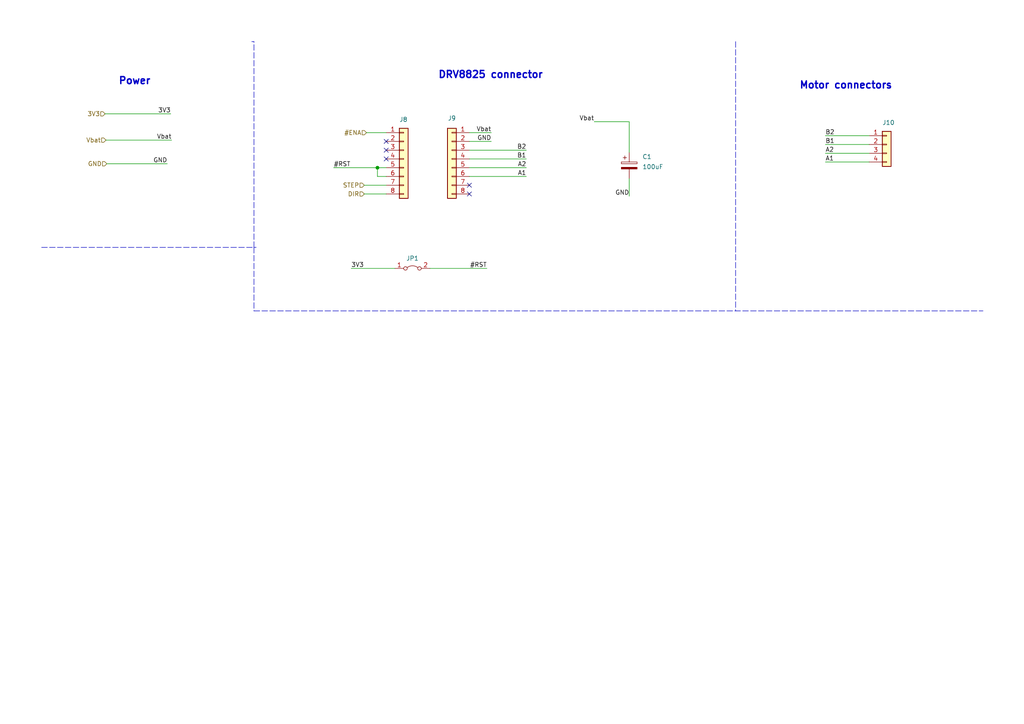
<source format=kicad_sch>
(kicad_sch (version 20211123) (generator eeschema)
  (paper "A4")
  (lib_symbols
    (symbol "Connector_Generic:Conn_01x04" (pin_names (offset 1.016) hide)
      (property "Reference" "J" (at 0 5.08 0))
      (property "Value" "Conn_01x04" (at 0 -7.62 0))
      (symbol "Conn_01x04_1_1"
        (rectangle (start -1.27 -4.953) (end 0 -5.207) (stroke (width 0.1524)))
        (rectangle (start -1.27 -2.413) (end 0 -2.667) (stroke (width 0.1524)))
        (rectangle (start -1.27 0.127) (end 0 -0.127) (stroke (width 0.1524)))
        (rectangle (start -1.27 2.667) (end 0 2.413) (stroke (width 0.1524)))
        (rectangle (start -1.27 3.81) (end 1.27 -6.35) (stroke (width 0.254)) (fill (type background)))
        (pin passive line (at -5.08 2.54 0) (length 3.81) (name "Pin_1") (number "1"))
        (pin passive line (at -5.08 0 0) (length 3.81) (name "Pin_2") (number "2"))
        (pin passive line (at -5.08 -2.54 0) (length 3.81) (name "Pin_3") (number "3"))
        (pin passive line (at -5.08 -5.08 0) (length 3.81) (name "Pin_4") (number "4"))
      )
    )
    (symbol "Connector_Generic:Conn_01x08" (pin_names (offset 1.016) hide)
      (property "Reference" "J" (at 0 10.16 0))
      (property "Value" "Conn_01x08" (at 0 -12.7 0))
      (symbol "Conn_01x08_1_1"
        (rectangle (start -1.27 -10.033) (end 0 -10.287) (stroke (width 0.1524)))
        (rectangle (start -1.27 -7.493) (end 0 -7.747) (stroke (width 0.1524)))
        (rectangle (start -1.27 -4.953) (end 0 -5.207) (stroke (width 0.1524)))
        (rectangle (start -1.27 -2.413) (end 0 -2.667) (stroke (width 0.1524)))
        (rectangle (start -1.27 0.127) (end 0 -0.127) (stroke (width 0.1524)))
        (rectangle (start -1.27 2.667) (end 0 2.413) (stroke (width 0.1524)))
        (rectangle (start -1.27 5.207) (end 0 4.953) (stroke (width 0.1524)))
        (rectangle (start -1.27 7.747) (end 0 7.493) (stroke (width 0.1524)))
        (rectangle (start -1.27 8.89) (end 1.27 -11.43) (stroke (width 0.254)) (fill (type background)))
        (pin passive line (at -5.08 7.62 0) (length 3.81) (name "Pin_1") (number "1"))
        (pin passive line (at -5.08 5.08 0) (length 3.81) (name "Pin_2") (number "2"))
        (pin passive line (at -5.08 2.54 0) (length 3.81) (name "Pin_3") (number "3"))
        (pin passive line (at -5.08 0 0) (length 3.81) (name "Pin_4") (number "4"))
        (pin passive line (at -5.08 -2.54 0) (length 3.81) (name "Pin_5") (number "5"))
        (pin passive line (at -5.08 -5.08 0) (length 3.81) (name "Pin_6") (number "6"))
        (pin passive line (at -5.08 -7.62 0) (length 3.81) (name "Pin_7") (number "7"))
        (pin passive line (at -5.08 -10.16 0) (length 3.81) (name "Pin_8") (number "8"))
      )
    )
    (symbol "Device:C_Polarized" (pin_numbers hide) (pin_names (offset 0.254))
      (property "Reference" "C" (at 0.635 2.54 0))
      (property "Value" "C_Polarized" (at 0.635 -2.54 0))
      (symbol "C_Polarized_0_1"
        (rectangle (start -2.286 0.508) (end 2.286 1.016))
        (polyline (pts (xy -1.778 2.286) (xy -0.762 2.286)))
        (polyline (pts (xy -1.27 2.794) (xy -1.27 1.778)))
        (rectangle (start 2.286 -0.508) (end -2.286 -1.016) (fill (type outline)))
      )
      (symbol "C_Polarized_1_1"
        (pin passive line (at 0 3.81 270) (length 2.794) (name "~") (number "1"))
        (pin passive line (at 0 -3.81 90) (length 2.794) (name "~") (number "2"))
      )
    )
    (symbol "Jumper:Jumper_2_Bridged" (pin_names (offset 0) hide)
      (property "Reference" "JP" (at 0 1.905 0))
      (property "Value" "Jumper_2_Bridged" (at 0 -2.54 0))
      (symbol "Jumper_2_Bridged_0_0"
        (circle (center -2.032 0) (radius 0.508))
        (circle (center 2.032 0) (radius 0.508))
      )
      (symbol "Jumper_2_Bridged_0_1"
        (arc (start 1.524 0.254) (mid 0 0.762) (end -1.524 0.254))
      )
      (symbol "Jumper_2_Bridged_1_1"
        (pin passive line (at -5.08 0 0) (length 2.54) (name "A") (number "1"))
        (pin passive line (at 5.08 0 180) (length 2.54) (name "B") (number "2"))
      )
    )
  )
  (junction (at 109.474 48.641))
  (no_connect (at 136.144 56.261))
  (no_connect (at 112.014 43.561))
  (no_connect (at 112.014 46.101))
  (no_connect (at 136.144 53.721))
  (no_connect (at 112.014 41.021))
  (wire (pts (xy 136.144 48.641) (xy 152.654 48.641)))
  (wire (pts (xy 239.395 39.37) (xy 252.095 39.37)))
  (polyline (pts (xy 73.66 90.17) (xy 285.115 90.17)))
  (polyline (pts (xy 73.66 71.755) (xy 73.66 12.065)))
  (wire (pts (xy 96.774 48.641) (xy 109.474 48.641)))
  (wire (pts (xy 182.499 35.306) (xy 182.499 44.196)))
  (wire (pts (xy 136.144 43.561) (xy 152.654 43.561)))
  (wire (pts (xy 109.474 51.181) (xy 109.474 48.641)))
  (wire (pts (xy 124.714 77.851) (xy 141.224 77.851)))
  (wire (pts (xy 182.499 51.816) (xy 182.499 56.896)))
  (polyline (pts (xy 12.065 71.755) (xy 74.295 71.755)))
  (wire (pts (xy 239.395 46.99) (xy 252.095 46.99)))
  (wire (pts (xy 239.395 41.91) (xy 252.095 41.91)))
  (wire (pts (xy 109.474 48.641) (xy 112.014 48.641)))
  (wire (pts (xy 30.988 47.498) (xy 48.514 47.498)))
  (wire (pts (xy 30.734 40.64) (xy 49.784 40.64)))
  (wire (pts (xy 112.014 51.181) (xy 109.474 51.181)))
  (polyline (pts (xy 213.36 12.065) (xy 213.36 90.17)))
  (wire (pts (xy 239.395 44.45) (xy 252.095 44.45)))
  (wire (pts (xy 172.339 35.306) (xy 182.499 35.306)))
  (wire (pts (xy 30.48 33.02) (xy 49.53 33.02)))
  (wire (pts (xy 106.299 38.481) (xy 112.014 38.481)))
  (wire (pts (xy 105.664 53.721) (xy 112.014 53.721)))
  (wire (pts (xy 136.144 38.481) (xy 142.494 38.481)))
  (polyline (pts (xy 73.66 71.755) (xy 73.66 90.17)))
  (wire (pts (xy 136.144 41.021) (xy 142.494 41.021)))
  (polyline (pts (xy 73.025 12.065) (xy 73.66 12.065)))
  (wire (pts (xy 105.664 56.261) (xy 112.014 56.261)))
  (wire (pts (xy 136.144 46.101) (xy 152.654 46.101)))
  (wire (pts (xy 136.144 51.181) (xy 152.654 51.181)))
  (wire (pts (xy 101.854 77.851) (xy 114.554 77.851)))
  (text "DRV8825 connector\n" (at 127 22.987 0) (effects (font (size 2.032 2.032) (thickness 0.4064) bold) (justify left bottom)))
  (text "Motor connectors" (at 231.775 26.035 0) (effects (font (size 2.032 2.032) (thickness 0.4064) bold) (justify left bottom)))
  (text "Power\n" (at 34.29 24.765 0) (effects (font (size 2.032 2.032) (thickness 0.4064) bold) (justify left bottom)))
  (label "Vbat" (at 49.784 40.64 180))
  (label "3V3" (at 101.854 77.851 0))
  (label "Vbat" (at 142.494 38.481 180))
  (label "A1" (at 152.654 51.181 180))
  (label "Vbat" (at 172.339 35.306 180))
  (label "B1" (at 152.654 46.101 180))
  (label "3V3" (at 49.53 33.02 180))
  (label "B2" (at 152.654 43.561 180))
  (label "A2" (at 152.654 48.641 180))
  (label "A1" (at 239.395 46.99 0))
  (label "#RST" (at 141.224 77.851 180))
  (label "#RST" (at 96.774 48.641 0))
  (label "A2" (at 239.395 44.45 0))
  (label "GND" (at 142.494 41.021 180))
  (label "B2" (at 239.395 39.37 0))
  (label "B1" (at 239.395 41.91 0))
  (label "GND" (at 48.514 47.498 180))
  (label "GND" (at 182.499 56.896 180))
  (hierarchical_label "DIR" (shape input) (at 105.664 56.261 180))
  (hierarchical_label "STEP" (shape input) (at 105.664 53.721 180))
  (hierarchical_label "Vbat" (shape input) (at 30.734 40.64 180))
  (hierarchical_label "GND" (shape input) (at 30.988 47.498 180))
  (hierarchical_label "3V3" (shape input) (at 30.48 33.02 180))
  (hierarchical_label "#ENA" (shape input) (at 106.299 38.481 180))
  (symbol (lib_id "Jumper:Jumper_2_Bridged") (at 119.634 77.851 0) (unit 1)
    (property "Reference" "JP1" (at 119.634 74.93 0))
    (property "Value" "Jumper_2_Bridged" (effects hide))
    (property "Footprint" "Connector_PinHeader_2.54mm:PinHeader_1x02_P2.54mm_Vertical" (effects hide))
  )
  (symbol (lib_id "Connector_Generic:Conn_01x04") (at 257.175 41.91 0) (unit 1)
    (property "Reference" "J10" (at 255.905 35.56 0) (effects (justify left)))
    (property "Value" "Conn_01x04" (effects hide))
    (property "Footprint" "Connector_PinSocket_2.54mm:PinSocket_1x04_P2.54mm_Vertical" (effects hide))
  )
  (symbol (lib_id "Connector_Generic:Conn_01x08") (at 117.094 46.101 0) (unit 1)
    (property "Reference" "J8" (at 115.824 34.671 0) (effects (justify left)))
    (property "Value" "Conn_01x08" (effects hide))
    (property "Footprint" "Connector_PinSocket_2.54mm:PinSocket_1x08_P2.54mm_Vertical" (effects hide))
  )
  (symbol (lib_id "Device:C_Polarized") (at 182.499 48.006 0) (unit 1)
    (property "Reference" "C1" (at 186.309 45.466 0) (effects (justify left)))
    (property "Value" "100uF" (at 186.309 48.3869 0) (effects (justify left)))
    (property "Footprint" "Capacitor_THT:CP_Radial_D5.0mm_P2.50mm" (effects hide))
  )
  (symbol (lib_id "Connector_Generic:Conn_01x08") (at 131.064 46.101 0) (mirror y) (unit 1)
    (property "Reference" "J9" (at 131.064 34.29 0))
    (property "Value" "Conn_01x08" (effects hide))
    (property "Footprint" "Connector_PinSocket_2.54mm:PinSocket_1x08_P2.54mm_Vertical" (effects hide))
  )
)
</source>
